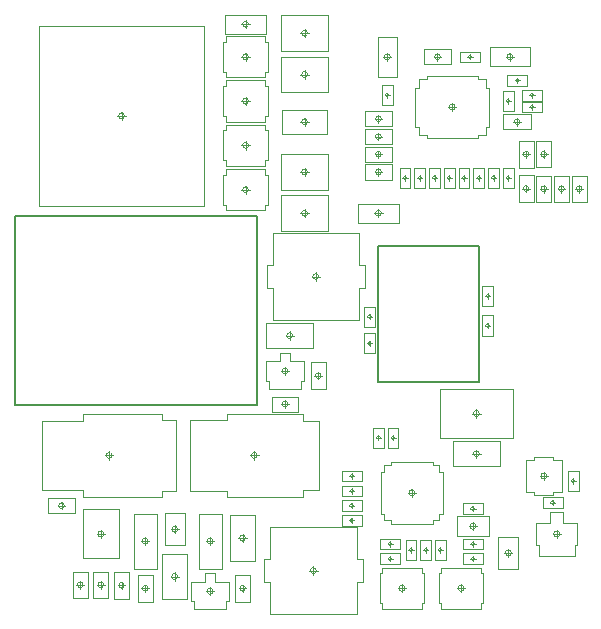
<source format=gbr>
G04 #@! TF.FileFunction,Other,User*
%FSLAX46Y46*%
G04 Gerber Fmt 4.6, Leading zero omitted, Abs format (unit mm)*
G04 Created by KiCad (PCBNEW (2016-11-21 revision f7cc0a9)-makepkg) date 06/05/17 10:20:10*
%MOMM*%
%LPD*%
G01*
G04 APERTURE LIST*
%ADD10C,0.100000*%
%ADD11C,0.050000*%
%ADD12C,0.150000*%
G04 APERTURE END LIST*
D10*
D11*
X123250000Y-68900000D02*
X123250000Y-69600000D01*
X123600000Y-69250000D02*
X122900000Y-69250000D01*
X125230000Y-70760000D02*
X121270000Y-70760000D01*
X125230000Y-67740000D02*
X125230000Y-70760000D01*
X121270000Y-67740000D02*
X125230000Y-67740000D01*
X121270000Y-70760000D02*
X121270000Y-67740000D01*
X123500000Y-69250000D02*
G75*
G03X123500000Y-69250000I-250000J0D01*
G01*
X123250000Y-65400000D02*
X123250000Y-66100000D01*
X123600000Y-65750000D02*
X122900000Y-65750000D01*
X125230000Y-67260000D02*
X121270000Y-67260000D01*
X125230000Y-64240000D02*
X125230000Y-67260000D01*
X121270000Y-64240000D02*
X125230000Y-64240000D01*
X121270000Y-67260000D02*
X121270000Y-64240000D01*
X123500000Y-65750000D02*
G75*
G03X123500000Y-65750000I-250000J0D01*
G01*
X123250000Y-53650000D02*
X123250000Y-54350000D01*
X123600000Y-54000000D02*
X122900000Y-54000000D01*
X125230000Y-55510000D02*
X121270000Y-55510000D01*
X125230000Y-52490000D02*
X125230000Y-55510000D01*
X121270000Y-52490000D02*
X125230000Y-52490000D01*
X121270000Y-55510000D02*
X121270000Y-52490000D01*
X123500000Y-54000000D02*
G75*
G03X123500000Y-54000000I-250000J0D01*
G01*
X123250000Y-57150000D02*
X123250000Y-57850000D01*
X123600000Y-57500000D02*
X122900000Y-57500000D01*
X125230000Y-59010000D02*
X121270000Y-59010000D01*
X125230000Y-55990000D02*
X125230000Y-59010000D01*
X121270000Y-55990000D02*
X125230000Y-55990000D01*
X121270000Y-59010000D02*
X121270000Y-55990000D01*
X123500000Y-57500000D02*
G75*
G03X123500000Y-57500000I-250000J0D01*
G01*
X132920000Y-62580000D02*
X133600000Y-62580000D01*
X132920000Y-61900000D02*
X132920000Y-62580000D01*
X132620000Y-61900000D02*
X132920000Y-61900000D01*
X132620000Y-58600000D02*
X132620000Y-61900000D01*
X132920000Y-58600000D02*
X132620000Y-58600000D01*
X132920000Y-57920000D02*
X132920000Y-58600000D01*
X133600000Y-57920000D02*
X132920000Y-57920000D01*
X133600000Y-57620000D02*
X133600000Y-57920000D01*
X137900000Y-57620000D02*
X133600000Y-57620000D01*
X137900000Y-57920000D02*
X137900000Y-57620000D01*
X138580000Y-57920000D02*
X137900000Y-57920000D01*
X138580000Y-58600000D02*
X138580000Y-57920000D01*
X138880000Y-58600000D02*
X138580000Y-58600000D01*
X138880000Y-61900000D02*
X138880000Y-58600000D01*
X138580000Y-61900000D02*
X138880000Y-61900000D01*
X138580000Y-62580000D02*
X138580000Y-61900000D01*
X137900000Y-62580000D02*
X138580000Y-62580000D01*
X137900000Y-62880000D02*
X137900000Y-62580000D01*
X133600000Y-62880000D02*
X137900000Y-62880000D01*
X133600000Y-62580000D02*
X133600000Y-62880000D01*
X135400000Y-60250000D02*
X136100000Y-60250000D01*
X135750000Y-59900000D02*
X135750000Y-60600000D01*
X136000000Y-60250000D02*
G75*
G03X136000000Y-60250000I-250000J0D01*
G01*
X134665185Y-95241523D02*
X134665185Y-94691523D01*
X134115185Y-95241523D02*
X134665185Y-95241523D01*
X134115185Y-95541523D02*
X134115185Y-95241523D01*
X130555185Y-95541523D02*
X134115185Y-95541523D01*
X130555185Y-95241523D02*
X130555185Y-95541523D01*
X130005185Y-95241523D02*
X130555185Y-95241523D01*
X130005185Y-94691523D02*
X130005185Y-95241523D01*
X129705185Y-94691523D02*
X130005185Y-94691523D01*
X129705185Y-91131523D02*
X129705185Y-94691523D01*
X130005185Y-91131523D02*
X129705185Y-91131523D01*
X130005185Y-90581523D02*
X130005185Y-91131523D01*
X130555185Y-90581523D02*
X130005185Y-90581523D01*
X130555185Y-90281523D02*
X130555185Y-90581523D01*
X134115185Y-90281523D02*
X130555185Y-90281523D01*
X134115185Y-90581523D02*
X134115185Y-90281523D01*
X134665185Y-90581523D02*
X134115185Y-90581523D01*
X134665185Y-91131523D02*
X134665185Y-90581523D01*
X134965185Y-91131523D02*
X134665185Y-91131523D01*
X134965185Y-94691523D02*
X134965185Y-91131523D01*
X134665185Y-94691523D02*
X134965185Y-94691523D01*
X132335185Y-93261523D02*
X132335185Y-92561523D01*
X131985185Y-92911523D02*
X132685185Y-92911523D01*
X132585185Y-92911523D02*
G75*
G03X132585185Y-92911523I-250000J0D01*
G01*
D12*
X119250000Y-85500000D02*
X98750000Y-85500000D01*
X119250000Y-69500000D02*
X119250000Y-85500000D01*
X98750000Y-69500000D02*
X119250000Y-69500000D01*
X98750000Y-85500000D02*
X98750000Y-69500000D01*
D11*
X123130000Y-86260000D02*
X116660000Y-86260000D01*
X123130000Y-86830000D02*
X123130000Y-86260000D01*
X124480000Y-86830000D02*
X123130000Y-86830000D01*
X124480000Y-92670000D02*
X124480000Y-86830000D01*
X123130000Y-92670000D02*
X124480000Y-92670000D01*
X123130000Y-93240000D02*
X123130000Y-92670000D01*
X116660000Y-93240000D02*
X123130000Y-93240000D01*
X116660000Y-92750000D02*
X116660000Y-93240000D01*
X113520000Y-92750000D02*
X116660000Y-92750000D01*
X113520000Y-86750000D02*
X113520000Y-92750000D01*
X116660000Y-86750000D02*
X113520000Y-86750000D01*
X116660000Y-86260000D02*
X116660000Y-86750000D01*
X119000000Y-89400000D02*
X119000000Y-90100000D01*
X119350000Y-89750000D02*
X118650000Y-89750000D01*
X119250000Y-89750000D02*
G75*
G03X119250000Y-89750000I-250000J0D01*
G01*
X111220000Y-86200000D02*
X104520000Y-86200000D01*
X111220000Y-86770000D02*
X111220000Y-86200000D01*
X112360000Y-86770000D02*
X111220000Y-86770000D01*
X112360000Y-92730000D02*
X112360000Y-86770000D01*
X111220000Y-92730000D02*
X112360000Y-92730000D01*
X111220000Y-93300000D02*
X111220000Y-92730000D01*
X104520000Y-93300000D02*
X111220000Y-93300000D01*
X104520000Y-92680000D02*
X104520000Y-93300000D01*
X101040000Y-92680000D02*
X104520000Y-92680000D01*
X101040000Y-86820000D02*
X101040000Y-92680000D01*
X104520000Y-86820000D02*
X101040000Y-86820000D01*
X104520000Y-86200000D02*
X104520000Y-86820000D01*
X106700000Y-89400000D02*
X106700000Y-90100000D01*
X107050000Y-89750000D02*
X106350000Y-89750000D01*
X106950000Y-89750000D02*
G75*
G03X106950000Y-89750000I-250000J0D01*
G01*
D12*
X138000000Y-72000000D02*
X138000000Y-83500000D01*
X138000000Y-72000000D02*
X129500000Y-72000000D01*
X129500000Y-72000000D02*
X129500000Y-83500000D01*
X129500000Y-83500000D02*
X138000000Y-83500000D01*
D11*
X119920000Y-65500000D02*
X116580000Y-65500000D01*
X119920000Y-65980000D02*
X119920000Y-65500000D01*
X120120000Y-65980000D02*
X119920000Y-65980000D01*
X120120000Y-68520000D02*
X120120000Y-65980000D01*
X119920000Y-68520000D02*
X120120000Y-68520000D01*
X119920000Y-69000000D02*
X119920000Y-68520000D01*
X116580000Y-69000000D02*
X119920000Y-69000000D01*
X116580000Y-68520000D02*
X116580000Y-69000000D01*
X116380000Y-68520000D02*
X116580000Y-68520000D01*
X116380000Y-65980000D02*
X116380000Y-68520000D01*
X116580000Y-65980000D02*
X116380000Y-65980000D01*
X116580000Y-65500000D02*
X116580000Y-65980000D01*
X118250000Y-66900000D02*
X118250000Y-67600000D01*
X118600000Y-67250000D02*
X117900000Y-67250000D01*
X118500000Y-67250000D02*
G75*
G03X118500000Y-67250000I-250000J0D01*
G01*
X116580000Y-65250000D02*
X119920000Y-65250000D01*
X116580000Y-64770000D02*
X116580000Y-65250000D01*
X116380000Y-64770000D02*
X116580000Y-64770000D01*
X116380000Y-62230000D02*
X116380000Y-64770000D01*
X116580000Y-62230000D02*
X116380000Y-62230000D01*
X116580000Y-61750000D02*
X116580000Y-62230000D01*
X119920000Y-61750000D02*
X116580000Y-61750000D01*
X119920000Y-62230000D02*
X119920000Y-61750000D01*
X120120000Y-62230000D02*
X119920000Y-62230000D01*
X120120000Y-64770000D02*
X120120000Y-62230000D01*
X119920000Y-64770000D02*
X120120000Y-64770000D01*
X119920000Y-65250000D02*
X119920000Y-64770000D01*
X118250000Y-63850000D02*
X118250000Y-63150000D01*
X117900000Y-63500000D02*
X118600000Y-63500000D01*
X118500000Y-63500000D02*
G75*
G03X118500000Y-63500000I-250000J0D01*
G01*
X119920000Y-54250000D02*
X116580000Y-54250000D01*
X119920000Y-54730000D02*
X119920000Y-54250000D01*
X120120000Y-54730000D02*
X119920000Y-54730000D01*
X120120000Y-57270000D02*
X120120000Y-54730000D01*
X119920000Y-57270000D02*
X120120000Y-57270000D01*
X119920000Y-57750000D02*
X119920000Y-57270000D01*
X116580000Y-57750000D02*
X119920000Y-57750000D01*
X116580000Y-57270000D02*
X116580000Y-57750000D01*
X116380000Y-57270000D02*
X116580000Y-57270000D01*
X116380000Y-54730000D02*
X116380000Y-57270000D01*
X116580000Y-54730000D02*
X116380000Y-54730000D01*
X116580000Y-54250000D02*
X116580000Y-54730000D01*
X118250000Y-55650000D02*
X118250000Y-56350000D01*
X118600000Y-56000000D02*
X117900000Y-56000000D01*
X118500000Y-56000000D02*
G75*
G03X118500000Y-56000000I-250000J0D01*
G01*
X129830000Y-102750000D02*
X133170000Y-102750000D01*
X129830000Y-102270000D02*
X129830000Y-102750000D01*
X129630000Y-102270000D02*
X129830000Y-102270000D01*
X129630000Y-99730000D02*
X129630000Y-102270000D01*
X129830000Y-99730000D02*
X129630000Y-99730000D01*
X129830000Y-99250000D02*
X129830000Y-99730000D01*
X133170000Y-99250000D02*
X129830000Y-99250000D01*
X133170000Y-99730000D02*
X133170000Y-99250000D01*
X133370000Y-99730000D02*
X133170000Y-99730000D01*
X133370000Y-102270000D02*
X133370000Y-99730000D01*
X133170000Y-102270000D02*
X133370000Y-102270000D01*
X133170000Y-102750000D02*
X133170000Y-102270000D01*
X131500000Y-101350000D02*
X131500000Y-100650000D01*
X131150000Y-101000000D02*
X131850000Y-101000000D01*
X131750000Y-101000000D02*
G75*
G03X131750000Y-101000000I-250000J0D01*
G01*
X138170000Y-99250000D02*
X134830000Y-99250000D01*
X138170000Y-99730000D02*
X138170000Y-99250000D01*
X138370000Y-99730000D02*
X138170000Y-99730000D01*
X138370000Y-102270000D02*
X138370000Y-99730000D01*
X138170000Y-102270000D02*
X138370000Y-102270000D01*
X138170000Y-102750000D02*
X138170000Y-102270000D01*
X134830000Y-102750000D02*
X138170000Y-102750000D01*
X134830000Y-102270000D02*
X134830000Y-102750000D01*
X134630000Y-102270000D02*
X134830000Y-102270000D01*
X134630000Y-99730000D02*
X134630000Y-102270000D01*
X134830000Y-99730000D02*
X134630000Y-99730000D01*
X134830000Y-99250000D02*
X134830000Y-99730000D01*
X136500000Y-100650000D02*
X136500000Y-101350000D01*
X136850000Y-101000000D02*
X136150000Y-101000000D01*
X136750000Y-101000000D02*
G75*
G03X136750000Y-101000000I-250000J0D01*
G01*
X116580000Y-61500000D02*
X119920000Y-61500000D01*
X116580000Y-61020000D02*
X116580000Y-61500000D01*
X116380000Y-61020000D02*
X116580000Y-61020000D01*
X116380000Y-58480000D02*
X116380000Y-61020000D01*
X116580000Y-58480000D02*
X116380000Y-58480000D01*
X116580000Y-58000000D02*
X116580000Y-58480000D01*
X119920000Y-58000000D02*
X116580000Y-58000000D01*
X119920000Y-58480000D02*
X119920000Y-58000000D01*
X120120000Y-58480000D02*
X119920000Y-58480000D01*
X120120000Y-61020000D02*
X120120000Y-58480000D01*
X119920000Y-61020000D02*
X120120000Y-61020000D01*
X119920000Y-61500000D02*
X119920000Y-61020000D01*
X118250000Y-60100000D02*
X118250000Y-59400000D01*
X117900000Y-59750000D02*
X118600000Y-59750000D01*
X118500000Y-59750000D02*
G75*
G03X118500000Y-59750000I-250000J0D01*
G01*
X108100000Y-61000000D02*
X107400000Y-61000000D01*
X107750000Y-61350000D02*
X107750000Y-60650000D01*
X108000000Y-61000000D02*
G75*
G03X108000000Y-61000000I-250000J0D01*
G01*
X100800000Y-68600000D02*
X100800000Y-53400000D01*
X114700000Y-68600000D02*
X100800000Y-68600000D01*
X114700000Y-53400000D02*
X114700000Y-68600000D01*
X100800000Y-53400000D02*
X114700000Y-53400000D01*
X107525000Y-94325000D02*
X104475000Y-94325000D01*
X107525000Y-98475000D02*
X107525000Y-94325000D01*
X104475000Y-98475000D02*
X107525000Y-98475000D01*
X104475000Y-94325000D02*
X104475000Y-98475000D01*
X105650000Y-96400000D02*
X106350000Y-96400000D01*
X106000000Y-96050000D02*
X106000000Y-96750000D01*
X106250000Y-96400000D02*
G75*
G03X106250000Y-96400000I-250000J0D01*
G01*
X138525000Y-76250000D02*
X138975000Y-76250000D01*
X138750000Y-76025000D02*
X138750000Y-76475000D01*
X139200000Y-75400000D02*
X139200000Y-77100000D01*
X138300000Y-75400000D02*
X139200000Y-75400000D01*
X138300000Y-77100000D02*
X138300000Y-75400000D01*
X139200000Y-77100000D02*
X138300000Y-77100000D01*
X138918800Y-76250000D02*
G75*
G03X138918800Y-76250000I-168800J0D01*
G01*
X118250000Y-53600000D02*
X118250000Y-52900000D01*
X117900000Y-53250000D02*
X118600000Y-53250000D01*
X116540000Y-52450000D02*
X119960000Y-52450000D01*
X116540000Y-54050000D02*
X116540000Y-52450000D01*
X119960000Y-54050000D02*
X116540000Y-54050000D01*
X119960000Y-52450000D02*
X119960000Y-54050000D01*
X118500000Y-53250000D02*
G75*
G03X118500000Y-53250000I-250000J0D01*
G01*
X129500000Y-68900000D02*
X129500000Y-69600000D01*
X129850000Y-69250000D02*
X129150000Y-69250000D01*
X131210000Y-70050000D02*
X127790000Y-70050000D01*
X131210000Y-68450000D02*
X131210000Y-70050000D01*
X127790000Y-68450000D02*
X131210000Y-68450000D01*
X127790000Y-70050000D02*
X127790000Y-68450000D01*
X129750000Y-69250000D02*
G75*
G03X129750000Y-69250000I-250000J0D01*
G01*
X129900000Y-56000000D02*
X130600000Y-56000000D01*
X130250000Y-55650000D02*
X130250000Y-56350000D01*
X131050000Y-54290000D02*
X131050000Y-57710000D01*
X129450000Y-54290000D02*
X131050000Y-54290000D01*
X129450000Y-57710000D02*
X129450000Y-54290000D01*
X131050000Y-57710000D02*
X129450000Y-57710000D01*
X130500000Y-56000000D02*
G75*
G03X130500000Y-56000000I-250000J0D01*
G01*
X140630000Y-55650000D02*
X140630000Y-56350000D01*
X140980000Y-56000000D02*
X140280000Y-56000000D01*
X142340000Y-56800000D02*
X138920000Y-56800000D01*
X142340000Y-55200000D02*
X142340000Y-56800000D01*
X138920000Y-55200000D02*
X142340000Y-55200000D01*
X138920000Y-56800000D02*
X138920000Y-55200000D01*
X140880000Y-56000000D02*
G75*
G03X140880000Y-56000000I-250000J0D01*
G01*
X121850000Y-82600000D02*
G75*
G03X121850000Y-82600000I-250000J0D01*
G01*
X121600000Y-82250000D02*
X121600000Y-82950000D01*
X121250000Y-82600000D02*
X121950000Y-82600000D01*
X119980000Y-83420000D02*
X120240000Y-83420000D01*
X120240000Y-83420000D02*
X120240000Y-84140000D01*
X120240000Y-84140000D02*
X122960000Y-84140000D01*
X122960000Y-84140000D02*
X122960000Y-83420000D01*
X122960000Y-83420000D02*
X123220000Y-83420000D01*
X123220000Y-83420000D02*
X123220000Y-81780000D01*
X123220000Y-81780000D02*
X122010000Y-81780000D01*
X122010000Y-81780000D02*
X122010000Y-81060000D01*
X122010000Y-81060000D02*
X121190000Y-81060000D01*
X121190000Y-81060000D02*
X121190000Y-81780000D01*
X121190000Y-81780000D02*
X119980000Y-81780000D01*
X119980000Y-81780000D02*
X119980000Y-83420000D01*
X113630000Y-100430000D02*
X113630000Y-102070000D01*
X114840000Y-100430000D02*
X113630000Y-100430000D01*
X114840000Y-99710000D02*
X114840000Y-100430000D01*
X115660000Y-99710000D02*
X114840000Y-99710000D01*
X115660000Y-100430000D02*
X115660000Y-99710000D01*
X116870000Y-100430000D02*
X115660000Y-100430000D01*
X116870000Y-102070000D02*
X116870000Y-100430000D01*
X116610000Y-102070000D02*
X116870000Y-102070000D01*
X116610000Y-102790000D02*
X116610000Y-102070000D01*
X113890000Y-102790000D02*
X116610000Y-102790000D01*
X113890000Y-102070000D02*
X113890000Y-102790000D01*
X113630000Y-102070000D02*
X113890000Y-102070000D01*
X114900000Y-101250000D02*
X115600000Y-101250000D01*
X115250000Y-100900000D02*
X115250000Y-101600000D01*
X115500000Y-101250000D02*
G75*
G03X115500000Y-101250000I-250000J0D01*
G01*
X137800000Y-86550000D02*
X137800000Y-85850000D01*
X137450000Y-86200000D02*
X138150000Y-86200000D01*
X134695000Y-84110000D02*
X140905000Y-84110000D01*
X134695000Y-88290000D02*
X134695000Y-84110000D01*
X140905000Y-88290000D02*
X134695000Y-88290000D01*
X140905000Y-84110000D02*
X140905000Y-88290000D01*
X138050000Y-86200000D02*
G75*
G03X138050000Y-86200000I-250000J0D01*
G01*
X110100000Y-97000000D02*
X109400000Y-97000000D01*
X109750000Y-97350000D02*
X109750000Y-96650000D01*
X108780000Y-99330000D02*
X108780000Y-94670000D01*
X110720000Y-99330000D02*
X108780000Y-99330000D01*
X110720000Y-94670000D02*
X110720000Y-99330000D01*
X108780000Y-94670000D02*
X110720000Y-94670000D01*
X110000000Y-97000000D02*
G75*
G03X110000000Y-97000000I-250000J0D01*
G01*
X115600000Y-97000000D02*
X114900000Y-97000000D01*
X115250000Y-97350000D02*
X115250000Y-96650000D01*
X114280000Y-99330000D02*
X114280000Y-94670000D01*
X116220000Y-99330000D02*
X114280000Y-99330000D01*
X116220000Y-94670000D02*
X116220000Y-99330000D01*
X114280000Y-94670000D02*
X116220000Y-94670000D01*
X115500000Y-97000000D02*
G75*
G03X115500000Y-97000000I-250000J0D01*
G01*
X140850000Y-98000000D02*
X140150000Y-98000000D01*
X140500000Y-98350000D02*
X140500000Y-97650000D01*
X139640000Y-99340000D02*
X139640000Y-96660000D01*
X141360000Y-99340000D02*
X139640000Y-99340000D01*
X141360000Y-96660000D02*
X141360000Y-99340000D01*
X139640000Y-96660000D02*
X141360000Y-96660000D01*
X140750000Y-98000000D02*
G75*
G03X140750000Y-98000000I-250000J0D01*
G01*
X137500000Y-96100000D02*
X137500000Y-95400000D01*
X137150000Y-95750000D02*
X137850000Y-95750000D01*
X136160000Y-94890000D02*
X138840000Y-94890000D01*
X136160000Y-96610000D02*
X136160000Y-94890000D01*
X138840000Y-96610000D02*
X136160000Y-96610000D01*
X138840000Y-94890000D02*
X138840000Y-96610000D01*
X137750000Y-95750000D02*
G75*
G03X137750000Y-95750000I-250000J0D01*
G01*
X112600000Y-96000000D02*
X111900000Y-96000000D01*
X112250000Y-96350000D02*
X112250000Y-95650000D01*
X111390000Y-97340000D02*
X111390000Y-94660000D01*
X113110000Y-97340000D02*
X111390000Y-97340000D01*
X113110000Y-94660000D02*
X113110000Y-97340000D01*
X111390000Y-94660000D02*
X113110000Y-94660000D01*
X112500000Y-96000000D02*
G75*
G03X112500000Y-96000000I-250000J0D01*
G01*
X123250000Y-61850000D02*
X123250000Y-61150000D01*
X122900000Y-61500000D02*
X123600000Y-61500000D01*
X121310000Y-60465000D02*
X125190000Y-60465000D01*
X121310000Y-62535000D02*
X121310000Y-60465000D01*
X125190000Y-62535000D02*
X121310000Y-62535000D01*
X125190000Y-60465000D02*
X125190000Y-62535000D01*
X123500000Y-61500000D02*
G75*
G03X123500000Y-61500000I-250000J0D01*
G01*
X112600000Y-100000000D02*
X111900000Y-100000000D01*
X112250000Y-100350000D02*
X112250000Y-99650000D01*
X111215000Y-101940000D02*
X111215000Y-98060000D01*
X113285000Y-101940000D02*
X111215000Y-101940000D01*
X113285000Y-98060000D02*
X113285000Y-101940000D01*
X111215000Y-98060000D02*
X113285000Y-98060000D01*
X112500000Y-100000000D02*
G75*
G03X112500000Y-100000000I-250000J0D01*
G01*
X118350000Y-96750000D02*
X117650000Y-96750000D01*
X118000000Y-97100000D02*
X118000000Y-96400000D01*
X116965000Y-98690000D02*
X116965000Y-94810000D01*
X119035000Y-98690000D02*
X116965000Y-98690000D01*
X119035000Y-94810000D02*
X119035000Y-98690000D01*
X116965000Y-94810000D02*
X119035000Y-94810000D01*
X118250000Y-96750000D02*
G75*
G03X118250000Y-96750000I-250000J0D01*
G01*
X129500000Y-62430000D02*
X129500000Y-63070000D01*
X129820000Y-62750000D02*
X129180000Y-62750000D01*
X130620000Y-63390000D02*
X128380000Y-63390000D01*
X130620000Y-62110000D02*
X130620000Y-63390000D01*
X128380000Y-62110000D02*
X130620000Y-62110000D01*
X128380000Y-63390000D02*
X128380000Y-62110000D01*
X129740000Y-62750000D02*
G75*
G03X129740000Y-62750000I-240000J0D01*
G01*
X129500000Y-61570000D02*
X129500000Y-60930000D01*
X129180000Y-61250000D02*
X129820000Y-61250000D01*
X128380000Y-60610000D02*
X130620000Y-60610000D01*
X128380000Y-61890000D02*
X128380000Y-60610000D01*
X130620000Y-61890000D02*
X128380000Y-61890000D01*
X130620000Y-60610000D02*
X130620000Y-61890000D01*
X129740000Y-61250000D02*
G75*
G03X129740000Y-61250000I-240000J0D01*
G01*
X129500000Y-65430000D02*
X129500000Y-66070000D01*
X129820000Y-65750000D02*
X129180000Y-65750000D01*
X130620000Y-66390000D02*
X128380000Y-66390000D01*
X130620000Y-65110000D02*
X130620000Y-66390000D01*
X128380000Y-65110000D02*
X130620000Y-65110000D01*
X128380000Y-66390000D02*
X128380000Y-65110000D01*
X129740000Y-65750000D02*
G75*
G03X129740000Y-65750000I-240000J0D01*
G01*
X143820000Y-64250000D02*
X143180000Y-64250000D01*
X143500000Y-64570000D02*
X143500000Y-63930000D01*
X142860000Y-65370000D02*
X142860000Y-63130000D01*
X144140000Y-65370000D02*
X142860000Y-65370000D01*
X144140000Y-63130000D02*
X144140000Y-65370000D01*
X142860000Y-63130000D02*
X144140000Y-63130000D01*
X143740000Y-64250000D02*
G75*
G03X143740000Y-64250000I-240000J0D01*
G01*
X143820000Y-67175000D02*
X143180000Y-67175000D01*
X143500000Y-67495000D02*
X143500000Y-66855000D01*
X142860000Y-68295000D02*
X142860000Y-66055000D01*
X144140000Y-68295000D02*
X142860000Y-68295000D01*
X144140000Y-66055000D02*
X144140000Y-68295000D01*
X142860000Y-66055000D02*
X144140000Y-66055000D01*
X143740000Y-67175000D02*
G75*
G03X143740000Y-67175000I-240000J0D01*
G01*
X145320000Y-67175000D02*
X144680000Y-67175000D01*
X145000000Y-67495000D02*
X145000000Y-66855000D01*
X144360000Y-68295000D02*
X144360000Y-66055000D01*
X145640000Y-68295000D02*
X144360000Y-68295000D01*
X145640000Y-66055000D02*
X145640000Y-68295000D01*
X144360000Y-66055000D02*
X145640000Y-66055000D01*
X145240000Y-67175000D02*
G75*
G03X145240000Y-67175000I-240000J0D01*
G01*
X146820000Y-67175000D02*
X146180000Y-67175000D01*
X146500000Y-67495000D02*
X146500000Y-66855000D01*
X145860000Y-68295000D02*
X145860000Y-66055000D01*
X147140000Y-68295000D02*
X145860000Y-68295000D01*
X147140000Y-66055000D02*
X147140000Y-68295000D01*
X145860000Y-66055000D02*
X147140000Y-66055000D01*
X146740000Y-67175000D02*
G75*
G03X146740000Y-67175000I-240000J0D01*
G01*
X102675000Y-94320000D02*
X102675000Y-93680000D01*
X102355000Y-94000000D02*
X102995000Y-94000000D01*
X101555000Y-93360000D02*
X103795000Y-93360000D01*
X101555000Y-94640000D02*
X101555000Y-93360000D01*
X103795000Y-94640000D02*
X101555000Y-94640000D01*
X103795000Y-93360000D02*
X103795000Y-94640000D01*
X102915000Y-94000000D02*
G75*
G03X102915000Y-94000000I-240000J0D01*
G01*
X110070000Y-101000000D02*
X109430000Y-101000000D01*
X109750000Y-101320000D02*
X109750000Y-100680000D01*
X109110000Y-102120000D02*
X109110000Y-99880000D01*
X110390000Y-102120000D02*
X109110000Y-102120000D01*
X110390000Y-99880000D02*
X110390000Y-102120000D01*
X109110000Y-99880000D02*
X110390000Y-99880000D01*
X109990000Y-101000000D02*
G75*
G03X109990000Y-101000000I-240000J0D01*
G01*
X118320000Y-101000000D02*
X117680000Y-101000000D01*
X118000000Y-101320000D02*
X118000000Y-100680000D01*
X117360000Y-102120000D02*
X117360000Y-99880000D01*
X118640000Y-102120000D02*
X117360000Y-102120000D01*
X118640000Y-99880000D02*
X118640000Y-102120000D01*
X117360000Y-99880000D02*
X118640000Y-99880000D01*
X118240000Y-101000000D02*
G75*
G03X118240000Y-101000000I-240000J0D01*
G01*
X124640000Y-83000000D02*
G75*
G03X124640000Y-83000000I-240000J0D01*
G01*
X123760000Y-81880000D02*
X125040000Y-81880000D01*
X125040000Y-81880000D02*
X125040000Y-84120000D01*
X125040000Y-84120000D02*
X123760000Y-84120000D01*
X123760000Y-84120000D02*
X123760000Y-81880000D01*
X124400000Y-83320000D02*
X124400000Y-82680000D01*
X124720000Y-83000000D02*
X124080000Y-83000000D01*
X121600000Y-85080000D02*
X121600000Y-85720000D01*
X121920000Y-85400000D02*
X121280000Y-85400000D01*
X122720000Y-86040000D02*
X120480000Y-86040000D01*
X122720000Y-84760000D02*
X122720000Y-86040000D01*
X120480000Y-84760000D02*
X122720000Y-84760000D01*
X120480000Y-86040000D02*
X120480000Y-84760000D01*
X121840000Y-85400000D02*
G75*
G03X121840000Y-85400000I-240000J0D01*
G01*
X127250000Y-93775000D02*
X127250000Y-94225000D01*
X127475000Y-94000000D02*
X127025000Y-94000000D01*
X128100000Y-94450000D02*
X126400000Y-94450000D01*
X128100000Y-93550000D02*
X128100000Y-94450000D01*
X126400000Y-93550000D02*
X128100000Y-93550000D01*
X126400000Y-94450000D02*
X126400000Y-93550000D01*
X127418800Y-94000000D02*
G75*
G03X127418800Y-94000000I-168800J0D01*
G01*
X127418800Y-92750000D02*
G75*
G03X127418800Y-92750000I-168800J0D01*
G01*
X128100000Y-92300000D02*
X128100000Y-93200000D01*
X128100000Y-93200000D02*
X126400000Y-93200000D01*
X126400000Y-93200000D02*
X126400000Y-92300000D01*
X126400000Y-92300000D02*
X128100000Y-92300000D01*
X127025000Y-92750000D02*
X127475000Y-92750000D01*
X127250000Y-92975000D02*
X127250000Y-92525000D01*
X130918800Y-88250000D02*
G75*
G03X130918800Y-88250000I-168800J0D01*
G01*
X130300000Y-87400000D02*
X131200000Y-87400000D01*
X131200000Y-87400000D02*
X131200000Y-89100000D01*
X131200000Y-89100000D02*
X130300000Y-89100000D01*
X130300000Y-89100000D02*
X130300000Y-87400000D01*
X130750000Y-88475000D02*
X130750000Y-88025000D01*
X130975000Y-88250000D02*
X130525000Y-88250000D01*
X133275000Y-97750000D02*
X133725000Y-97750000D01*
X133500000Y-97525000D02*
X133500000Y-97975000D01*
X133950000Y-96900000D02*
X133950000Y-98600000D01*
X133050000Y-96900000D02*
X133950000Y-96900000D01*
X133050000Y-98600000D02*
X133050000Y-96900000D01*
X133950000Y-98600000D02*
X133050000Y-98600000D01*
X133668800Y-97750000D02*
G75*
G03X133668800Y-97750000I-168800J0D01*
G01*
X132475000Y-97750000D02*
X132025000Y-97750000D01*
X132250000Y-97975000D02*
X132250000Y-97525000D01*
X131800000Y-98600000D02*
X131800000Y-96900000D01*
X132700000Y-98600000D02*
X131800000Y-98600000D01*
X132700000Y-96900000D02*
X132700000Y-98600000D01*
X131800000Y-96900000D02*
X132700000Y-96900000D01*
X132418800Y-97750000D02*
G75*
G03X132418800Y-97750000I-168800J0D01*
G01*
X134525000Y-97750000D02*
X134975000Y-97750000D01*
X134750000Y-97525000D02*
X134750000Y-97975000D01*
X135200000Y-96900000D02*
X135200000Y-98600000D01*
X134300000Y-96900000D02*
X135200000Y-96900000D01*
X134300000Y-98600000D02*
X134300000Y-96900000D01*
X135200000Y-98600000D02*
X134300000Y-98600000D01*
X134918800Y-97750000D02*
G75*
G03X134918800Y-97750000I-168800J0D01*
G01*
X141250000Y-57775000D02*
X141250000Y-58225000D01*
X141475000Y-58000000D02*
X141025000Y-58000000D01*
X142100000Y-58450000D02*
X140400000Y-58450000D01*
X142100000Y-57550000D02*
X142100000Y-58450000D01*
X140400000Y-57550000D02*
X142100000Y-57550000D01*
X140400000Y-58450000D02*
X140400000Y-57550000D01*
X141418800Y-58000000D02*
G75*
G03X141418800Y-58000000I-168800J0D01*
G01*
X142500000Y-59475000D02*
X142500000Y-59025000D01*
X142275000Y-59250000D02*
X142725000Y-59250000D01*
X141650000Y-58800000D02*
X143350000Y-58800000D01*
X141650000Y-59700000D02*
X141650000Y-58800000D01*
X143350000Y-59700000D02*
X141650000Y-59700000D01*
X143350000Y-58800000D02*
X143350000Y-59700000D01*
X142668800Y-59250000D02*
G75*
G03X142668800Y-59250000I-168800J0D01*
G01*
X142500000Y-60475000D02*
X142500000Y-60025000D01*
X142275000Y-60250000D02*
X142725000Y-60250000D01*
X141650000Y-59800000D02*
X143350000Y-59800000D01*
X141650000Y-60700000D02*
X141650000Y-59800000D01*
X143350000Y-60700000D02*
X141650000Y-60700000D01*
X143350000Y-59800000D02*
X143350000Y-60700000D01*
X142668800Y-60250000D02*
G75*
G03X142668800Y-60250000I-168800J0D01*
G01*
X137500000Y-98725000D02*
X137500000Y-98275000D01*
X137275000Y-98500000D02*
X137725000Y-98500000D01*
X136650000Y-98050000D02*
X138350000Y-98050000D01*
X136650000Y-98950000D02*
X136650000Y-98050000D01*
X138350000Y-98950000D02*
X136650000Y-98950000D01*
X138350000Y-98050000D02*
X138350000Y-98950000D01*
X137668800Y-98500000D02*
G75*
G03X137668800Y-98500000I-168800J0D01*
G01*
X131975000Y-66250000D02*
X131525000Y-66250000D01*
X131750000Y-66475000D02*
X131750000Y-66025000D01*
X131300000Y-67100000D02*
X131300000Y-65400000D01*
X132200000Y-67100000D02*
X131300000Y-67100000D01*
X132200000Y-65400000D02*
X132200000Y-67100000D01*
X131300000Y-65400000D02*
X132200000Y-65400000D01*
X131918800Y-66250000D02*
G75*
G03X131918800Y-66250000I-168800J0D01*
G01*
X133225000Y-66250000D02*
X132775000Y-66250000D01*
X133000000Y-66475000D02*
X133000000Y-66025000D01*
X132550000Y-67100000D02*
X132550000Y-65400000D01*
X133450000Y-67100000D02*
X132550000Y-67100000D01*
X133450000Y-65400000D02*
X133450000Y-67100000D01*
X132550000Y-65400000D02*
X133450000Y-65400000D01*
X133168800Y-66250000D02*
G75*
G03X133168800Y-66250000I-168800J0D01*
G01*
X134475000Y-66250000D02*
X134025000Y-66250000D01*
X134250000Y-66475000D02*
X134250000Y-66025000D01*
X133800000Y-67100000D02*
X133800000Y-65400000D01*
X134700000Y-67100000D02*
X133800000Y-67100000D01*
X134700000Y-65400000D02*
X134700000Y-67100000D01*
X133800000Y-65400000D02*
X134700000Y-65400000D01*
X134418800Y-66250000D02*
G75*
G03X134418800Y-66250000I-168800J0D01*
G01*
X140275000Y-66250000D02*
X140725000Y-66250000D01*
X140500000Y-66025000D02*
X140500000Y-66475000D01*
X140950000Y-65400000D02*
X140950000Y-67100000D01*
X140050000Y-65400000D02*
X140950000Y-65400000D01*
X140050000Y-67100000D02*
X140050000Y-65400000D01*
X140950000Y-67100000D02*
X140050000Y-67100000D01*
X140668800Y-66250000D02*
G75*
G03X140668800Y-66250000I-168800J0D01*
G01*
X144250000Y-93975000D02*
X144250000Y-93525000D01*
X144025000Y-93750000D02*
X144475000Y-93750000D01*
X143400000Y-93300000D02*
X145100000Y-93300000D01*
X143400000Y-94200000D02*
X143400000Y-93300000D01*
X145100000Y-94200000D02*
X143400000Y-94200000D01*
X145100000Y-93300000D02*
X145100000Y-94200000D01*
X144418800Y-93750000D02*
G75*
G03X144418800Y-93750000I-168800J0D01*
G01*
X122250000Y-79600000D02*
G75*
G03X122250000Y-79600000I-250000J0D01*
G01*
X123980000Y-78540000D02*
X123980000Y-80660000D01*
X123980000Y-80660000D02*
X120020000Y-80660000D01*
X120020000Y-80660000D02*
X120020000Y-78540000D01*
X120020000Y-78540000D02*
X123980000Y-78540000D01*
X121650000Y-79600000D02*
X122350000Y-79600000D01*
X122000000Y-79950000D02*
X122000000Y-79250000D01*
X141250000Y-61182500D02*
X141250000Y-61817500D01*
X141567500Y-61500000D02*
X140932500Y-61500000D01*
X142410000Y-62135000D02*
X140090000Y-62135000D01*
X142410000Y-60865000D02*
X142410000Y-62135000D01*
X140090000Y-60865000D02*
X142410000Y-60865000D01*
X140090000Y-62135000D02*
X140090000Y-60865000D01*
X141488100Y-61500000D02*
G75*
G03X141488100Y-61500000I-238100J0D01*
G01*
X134500000Y-55682500D02*
X134500000Y-56317500D01*
X134817500Y-56000000D02*
X134182500Y-56000000D01*
X135660000Y-56635000D02*
X133340000Y-56635000D01*
X135660000Y-55365000D02*
X135660000Y-56635000D01*
X133340000Y-55365000D02*
X135660000Y-55365000D01*
X133340000Y-56635000D02*
X133340000Y-55365000D01*
X134738100Y-56000000D02*
G75*
G03X134738100Y-56000000I-238100J0D01*
G01*
X129500000Y-63932500D02*
X129500000Y-64567500D01*
X129817500Y-64250000D02*
X129182500Y-64250000D01*
X130660000Y-64885000D02*
X128340000Y-64885000D01*
X130660000Y-63615000D02*
X130660000Y-64885000D01*
X128340000Y-63615000D02*
X130660000Y-63615000D01*
X128340000Y-64885000D02*
X128340000Y-63615000D01*
X129738100Y-64250000D02*
G75*
G03X129738100Y-64250000I-238100J0D01*
G01*
X142317500Y-64250000D02*
X141682500Y-64250000D01*
X142000000Y-64567500D02*
X142000000Y-63932500D01*
X141365000Y-65410000D02*
X141365000Y-63090000D01*
X142635000Y-65410000D02*
X141365000Y-65410000D01*
X142635000Y-63090000D02*
X142635000Y-65410000D01*
X141365000Y-63090000D02*
X142635000Y-63090000D01*
X142238100Y-64250000D02*
G75*
G03X142238100Y-64250000I-238100J0D01*
G01*
X142317500Y-67155000D02*
X141682500Y-67155000D01*
X142000000Y-67472500D02*
X142000000Y-66837500D01*
X141365000Y-68315000D02*
X141365000Y-65995000D01*
X142635000Y-68315000D02*
X141365000Y-68315000D01*
X142635000Y-65995000D02*
X142635000Y-68315000D01*
X141365000Y-65995000D02*
X142635000Y-65995000D01*
X142238100Y-67155000D02*
G75*
G03X142238100Y-67155000I-238100J0D01*
G01*
X140725000Y-59750000D02*
X140275000Y-59750000D01*
X140500000Y-59975000D02*
X140500000Y-59525000D01*
X140050000Y-60600000D02*
X140050000Y-58900000D01*
X140950000Y-60600000D02*
X140050000Y-60600000D01*
X140950000Y-58900000D02*
X140950000Y-60600000D01*
X140050000Y-58900000D02*
X140950000Y-58900000D01*
X140668800Y-59750000D02*
G75*
G03X140668800Y-59750000I-168800J0D01*
G01*
X127250000Y-95475000D02*
X127250000Y-95025000D01*
X127025000Y-95250000D02*
X127475000Y-95250000D01*
X126400000Y-94800000D02*
X128100000Y-94800000D01*
X126400000Y-95700000D02*
X126400000Y-94800000D01*
X128100000Y-95700000D02*
X126400000Y-95700000D01*
X128100000Y-94800000D02*
X128100000Y-95700000D01*
X127418800Y-95250000D02*
G75*
G03X127418800Y-95250000I-168800J0D01*
G01*
X137668800Y-94250000D02*
G75*
G03X137668800Y-94250000I-168800J0D01*
G01*
X136650000Y-94700000D02*
X136650000Y-93800000D01*
X136650000Y-93800000D02*
X138350000Y-93800000D01*
X138350000Y-93800000D02*
X138350000Y-94700000D01*
X138350000Y-94700000D02*
X136650000Y-94700000D01*
X137725000Y-94250000D02*
X137275000Y-94250000D01*
X137500000Y-94025000D02*
X137500000Y-94475000D01*
X130500000Y-97475000D02*
X130500000Y-97025000D01*
X130275000Y-97250000D02*
X130725000Y-97250000D01*
X129650000Y-96800000D02*
X131350000Y-96800000D01*
X129650000Y-97700000D02*
X129650000Y-96800000D01*
X131350000Y-97700000D02*
X129650000Y-97700000D01*
X131350000Y-96800000D02*
X131350000Y-97700000D01*
X130668800Y-97250000D02*
G75*
G03X130668800Y-97250000I-168800J0D01*
G01*
X130500000Y-98725000D02*
X130500000Y-98275000D01*
X130275000Y-98500000D02*
X130725000Y-98500000D01*
X129650000Y-98050000D02*
X131350000Y-98050000D01*
X129650000Y-98950000D02*
X129650000Y-98050000D01*
X131350000Y-98950000D02*
X129650000Y-98950000D01*
X131350000Y-98050000D02*
X131350000Y-98950000D01*
X130668800Y-98500000D02*
G75*
G03X130668800Y-98500000I-168800J0D01*
G01*
X135725000Y-66250000D02*
X135275000Y-66250000D01*
X135500000Y-66475000D02*
X135500000Y-66025000D01*
X135050000Y-67100000D02*
X135050000Y-65400000D01*
X135950000Y-67100000D02*
X135050000Y-67100000D01*
X135950000Y-65400000D02*
X135950000Y-67100000D01*
X135050000Y-65400000D02*
X135950000Y-65400000D01*
X135668800Y-66250000D02*
G75*
G03X135668800Y-66250000I-168800J0D01*
G01*
X136975000Y-66250000D02*
X136525000Y-66250000D01*
X136750000Y-66475000D02*
X136750000Y-66025000D01*
X136300000Y-67100000D02*
X136300000Y-65400000D01*
X137200000Y-67100000D02*
X136300000Y-67100000D01*
X137200000Y-65400000D02*
X137200000Y-67100000D01*
X136300000Y-65400000D02*
X137200000Y-65400000D01*
X136918800Y-66250000D02*
G75*
G03X136918800Y-66250000I-168800J0D01*
G01*
X130475000Y-59250000D02*
X130025000Y-59250000D01*
X130250000Y-59475000D02*
X130250000Y-59025000D01*
X129800000Y-60100000D02*
X129800000Y-58400000D01*
X130700000Y-60100000D02*
X129800000Y-60100000D01*
X130700000Y-58400000D02*
X130700000Y-60100000D01*
X129800000Y-58400000D02*
X130700000Y-58400000D01*
X130418800Y-59250000D02*
G75*
G03X130418800Y-59250000I-168800J0D01*
G01*
X137250000Y-55775000D02*
X137250000Y-56225000D01*
X137475000Y-56000000D02*
X137025000Y-56000000D01*
X138100000Y-56450000D02*
X136400000Y-56450000D01*
X138100000Y-55550000D02*
X138100000Y-56450000D01*
X136400000Y-55550000D02*
X138100000Y-55550000D01*
X136400000Y-56450000D02*
X136400000Y-55550000D01*
X137418800Y-56000000D02*
G75*
G03X137418800Y-56000000I-168800J0D01*
G01*
X146225000Y-91905000D02*
X145775000Y-91905000D01*
X146000000Y-92130000D02*
X146000000Y-91680000D01*
X145550000Y-92755000D02*
X145550000Y-91055000D01*
X146450000Y-92755000D02*
X145550000Y-92755000D01*
X146450000Y-91055000D02*
X146450000Y-92755000D01*
X145550000Y-91055000D02*
X146450000Y-91055000D01*
X146168800Y-91905000D02*
G75*
G03X146168800Y-91905000I-168800J0D01*
G01*
X139025000Y-66250000D02*
X139475000Y-66250000D01*
X139250000Y-66025000D02*
X139250000Y-66475000D01*
X139700000Y-65400000D02*
X139700000Y-67100000D01*
X138800000Y-65400000D02*
X139700000Y-65400000D01*
X138800000Y-67100000D02*
X138800000Y-65400000D01*
X139700000Y-67100000D02*
X138800000Y-67100000D01*
X139418800Y-66250000D02*
G75*
G03X139418800Y-66250000I-168800J0D01*
G01*
X138225000Y-66250000D02*
X137775000Y-66250000D01*
X138000000Y-66475000D02*
X138000000Y-66025000D01*
X137550000Y-67100000D02*
X137550000Y-65400000D01*
X138450000Y-67100000D02*
X137550000Y-67100000D01*
X138450000Y-65400000D02*
X138450000Y-67100000D01*
X137550000Y-65400000D02*
X138450000Y-65400000D01*
X138168800Y-66250000D02*
G75*
G03X138168800Y-66250000I-168800J0D01*
G01*
X129275000Y-88250000D02*
X129725000Y-88250000D01*
X129500000Y-88025000D02*
X129500000Y-88475000D01*
X129950000Y-87400000D02*
X129950000Y-89100000D01*
X129050000Y-87400000D02*
X129950000Y-87400000D01*
X129050000Y-89100000D02*
X129050000Y-87400000D01*
X129950000Y-89100000D02*
X129050000Y-89100000D01*
X129668800Y-88250000D02*
G75*
G03X129668800Y-88250000I-168800J0D01*
G01*
X138975000Y-78750000D02*
X138525000Y-78750000D01*
X138750000Y-78975000D02*
X138750000Y-78525000D01*
X138300000Y-79600000D02*
X138300000Y-77900000D01*
X139200000Y-79600000D02*
X138300000Y-79600000D01*
X139200000Y-77900000D02*
X139200000Y-79600000D01*
X138300000Y-77900000D02*
X139200000Y-77900000D01*
X138918800Y-78750000D02*
G75*
G03X138918800Y-78750000I-168800J0D01*
G01*
X137500000Y-97025000D02*
X137500000Y-97475000D01*
X137725000Y-97250000D02*
X137275000Y-97250000D01*
X138350000Y-97700000D02*
X136650000Y-97700000D01*
X138350000Y-96800000D02*
X138350000Y-97700000D01*
X136650000Y-96800000D02*
X138350000Y-96800000D01*
X136650000Y-97700000D02*
X136650000Y-96800000D01*
X137668800Y-97250000D02*
G75*
G03X137668800Y-97250000I-168800J0D01*
G01*
X127850000Y-70950000D02*
X120550000Y-70950000D01*
X127850000Y-73660000D02*
X127850000Y-70950000D01*
X128370000Y-73660000D02*
X127850000Y-73660000D01*
X128370000Y-75540000D02*
X128370000Y-73660000D01*
X127850000Y-75540000D02*
X128370000Y-75540000D01*
X127850000Y-78250000D02*
X127850000Y-75540000D01*
X120550000Y-78250000D02*
X127850000Y-78250000D01*
X120550000Y-75540000D02*
X120550000Y-78250000D01*
X120030000Y-75540000D02*
X120550000Y-75540000D01*
X120030000Y-73660000D02*
X120030000Y-75540000D01*
X120550000Y-73660000D02*
X120030000Y-73660000D01*
X120550000Y-70950000D02*
X120550000Y-73660000D01*
X124200000Y-74250000D02*
X124200000Y-74950000D01*
X124550000Y-74600000D02*
X123850000Y-74600000D01*
X124450000Y-74600000D02*
G75*
G03X124450000Y-74600000I-250000J0D01*
G01*
X120350000Y-103150000D02*
X127650000Y-103150000D01*
X120350000Y-100440000D02*
X120350000Y-103150000D01*
X119830000Y-100440000D02*
X120350000Y-100440000D01*
X119830000Y-98560000D02*
X119830000Y-100440000D01*
X120350000Y-98560000D02*
X119830000Y-98560000D01*
X120350000Y-95850000D02*
X120350000Y-98560000D01*
X127650000Y-95850000D02*
X120350000Y-95850000D01*
X127650000Y-98560000D02*
X127650000Y-95850000D01*
X128170000Y-98560000D02*
X127650000Y-98560000D01*
X128170000Y-100440000D02*
X128170000Y-98560000D01*
X127650000Y-100440000D02*
X128170000Y-100440000D01*
X127650000Y-103150000D02*
X127650000Y-100440000D01*
X124000000Y-99850000D02*
X124000000Y-99150000D01*
X123650000Y-99500000D02*
X124350000Y-99500000D01*
X124250000Y-99500000D02*
G75*
G03X124250000Y-99500000I-250000J0D01*
G01*
X143750000Y-91500000D02*
G75*
G03X143750000Y-91500000I-250000J0D01*
G01*
X143850000Y-91500000D02*
X143150000Y-91500000D01*
X143500000Y-91150000D02*
X143500000Y-91850000D01*
X142680000Y-89880000D02*
X142680000Y-90140000D01*
X142680000Y-90140000D02*
X141960000Y-90140000D01*
X141960000Y-90140000D02*
X141960000Y-92860000D01*
X141960000Y-92860000D02*
X142680000Y-92860000D01*
X142680000Y-92860000D02*
X142680000Y-93120000D01*
X142680000Y-93120000D02*
X144320000Y-93120000D01*
X144320000Y-93120000D02*
X144320000Y-92860000D01*
X144320000Y-92860000D02*
X145040000Y-92860000D01*
X145040000Y-92860000D02*
X145040000Y-90140000D01*
X145040000Y-90140000D02*
X144320000Y-90140000D01*
X144320000Y-90140000D02*
X144320000Y-89880000D01*
X144320000Y-89880000D02*
X142680000Y-89880000D01*
X128918800Y-80250000D02*
G75*
G03X128918800Y-80250000I-168800J0D01*
G01*
X129200000Y-81100000D02*
X128300000Y-81100000D01*
X128300000Y-81100000D02*
X128300000Y-79400000D01*
X128300000Y-79400000D02*
X129200000Y-79400000D01*
X129200000Y-79400000D02*
X129200000Y-81100000D01*
X128750000Y-80025000D02*
X128750000Y-80475000D01*
X128525000Y-80250000D02*
X128975000Y-80250000D01*
X127250000Y-91275000D02*
X127250000Y-91725000D01*
X127475000Y-91500000D02*
X127025000Y-91500000D01*
X128100000Y-91950000D02*
X126400000Y-91950000D01*
X128100000Y-91050000D02*
X128100000Y-91950000D01*
X126400000Y-91050000D02*
X128100000Y-91050000D01*
X126400000Y-91950000D02*
X126400000Y-91050000D01*
X127418800Y-91500000D02*
G75*
G03X127418800Y-91500000I-168800J0D01*
G01*
X128918800Y-78000000D02*
G75*
G03X128918800Y-78000000I-168800J0D01*
G01*
X128300000Y-77150000D02*
X129200000Y-77150000D01*
X129200000Y-77150000D02*
X129200000Y-78850000D01*
X129200000Y-78850000D02*
X128300000Y-78850000D01*
X128300000Y-78850000D02*
X128300000Y-77150000D01*
X128750000Y-78225000D02*
X128750000Y-77775000D01*
X128975000Y-78000000D02*
X128525000Y-78000000D01*
X138050000Y-89600000D02*
G75*
G03X138050000Y-89600000I-250000J0D01*
G01*
X139780000Y-88540000D02*
X139780000Y-90660000D01*
X139780000Y-90660000D02*
X135820000Y-90660000D01*
X135820000Y-90660000D02*
X135820000Y-88540000D01*
X135820000Y-88540000D02*
X139780000Y-88540000D01*
X137450000Y-89600000D02*
X138150000Y-89600000D01*
X137800000Y-89950000D02*
X137800000Y-89250000D01*
X144850000Y-96400000D02*
G75*
G03X144850000Y-96400000I-250000J0D01*
G01*
X144600000Y-96050000D02*
X144600000Y-96750000D01*
X144250000Y-96400000D02*
X144950000Y-96400000D01*
X142850000Y-97350000D02*
X143090000Y-97350000D01*
X143090000Y-97350000D02*
X143090000Y-98270000D01*
X143090000Y-98270000D02*
X146110000Y-98270000D01*
X146110000Y-98270000D02*
X146110000Y-97350000D01*
X146110000Y-97350000D02*
X146350000Y-97350000D01*
X146350000Y-97350000D02*
X146350000Y-95450000D01*
X146350000Y-95450000D02*
X145160000Y-95450000D01*
X145160000Y-95450000D02*
X145160000Y-94530000D01*
X145160000Y-94530000D02*
X144040000Y-94530000D01*
X144040000Y-94530000D02*
X144040000Y-95450000D01*
X144040000Y-95450000D02*
X142850000Y-95450000D01*
X142850000Y-95450000D02*
X142850000Y-97350000D01*
X104570000Y-100700000D02*
X103930000Y-100700000D01*
X104250000Y-101020000D02*
X104250000Y-100380000D01*
X103610000Y-101820000D02*
X103610000Y-99580000D01*
X104890000Y-101820000D02*
X103610000Y-101820000D01*
X104890000Y-99580000D02*
X104890000Y-101820000D01*
X103610000Y-99580000D02*
X104890000Y-99580000D01*
X104490000Y-100700000D02*
G75*
G03X104490000Y-100700000I-240000J0D01*
G01*
X107990000Y-100750000D02*
G75*
G03X107990000Y-100750000I-240000J0D01*
G01*
X107110000Y-99630000D02*
X108390000Y-99630000D01*
X108390000Y-99630000D02*
X108390000Y-101870000D01*
X108390000Y-101870000D02*
X107110000Y-101870000D01*
X107110000Y-101870000D02*
X107110000Y-99630000D01*
X107750000Y-101070000D02*
X107750000Y-100430000D01*
X108070000Y-100750000D02*
X107430000Y-100750000D01*
X106240000Y-100700000D02*
G75*
G03X106240000Y-100700000I-240000J0D01*
G01*
X105360000Y-99580000D02*
X106640000Y-99580000D01*
X106640000Y-99580000D02*
X106640000Y-101820000D01*
X106640000Y-101820000D02*
X105360000Y-101820000D01*
X105360000Y-101820000D02*
X105360000Y-99580000D01*
X106000000Y-101020000D02*
X106000000Y-100380000D01*
X106320000Y-100700000D02*
X105680000Y-100700000D01*
M02*

</source>
